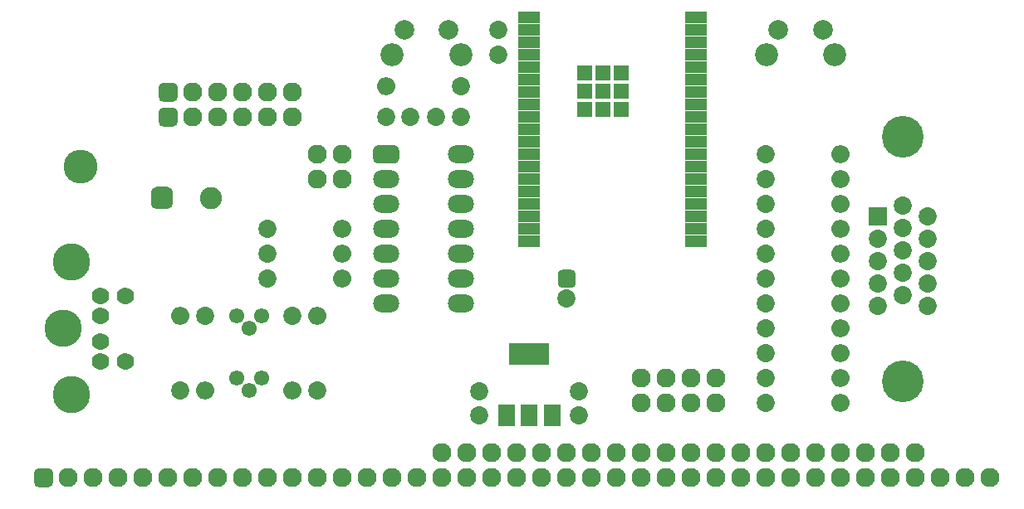
<source format=gbr>
%TF.GenerationSoftware,KiCad,Pcbnew,(5.1.6)-1*%
%TF.CreationDate,2020-12-02T01:08:57-08:00*%
%TF.ProjectId,rc-fabgl,72632d66-6162-4676-9c2e-6b696361645f,rev?*%
%TF.SameCoordinates,PX9157080PY9071968*%
%TF.FileFunction,Soldermask,Top*%
%TF.FilePolarity,Negative*%
%FSLAX46Y46*%
G04 Gerber Fmt 4.6, Leading zero omitted, Abs format (unit mm)*
G04 Created by KiCad (PCBNEW (5.1.6)-1) date 2020-12-02 01:08:57*
%MOMM*%
%LPD*%
G01*
G04 APERTURE LIST*
%ADD10O,1.954000X1.954000*%
%ADD11C,4.254000*%
%ADD12C,1.854000*%
%ADD13R,1.854000X1.854000*%
%ADD14C,1.763000*%
%ADD15C,3.808999*%
%ADD16R,1.584000X1.584000*%
%ADD17R,2.254000X1.154000*%
%ADD18O,2.654000X1.854000*%
%ADD19O,1.854000X1.854000*%
%ADD20C,1.554000*%
%ADD21C,1.954000*%
%ADD22C,2.254000*%
%ADD23C,2.354000*%
%ADD24C,2.004000*%
%ADD25R,1.754000X2.254000*%
%ADD26R,4.054000X2.254000*%
%ADD27C,3.454000*%
G04 APERTURE END LIST*
D10*
%TO.C,J3*%
X26670000Y40970200D03*
X26670000Y38430200D03*
X24130000Y40970200D03*
X24130000Y38430200D03*
X21590000Y40970200D03*
X21590000Y38430200D03*
X19050000Y40970200D03*
X19050000Y38430200D03*
X16510000Y40970200D03*
X16510000Y38430200D03*
G36*
G01*
X14458500Y39993200D02*
X13481500Y39993200D01*
G75*
G02*
X12993000Y40481700I0J488500D01*
G01*
X12993000Y41458700D01*
G75*
G02*
X13481500Y41947200I488500J0D01*
G01*
X14458500Y41947200D01*
G75*
G02*
X14947000Y41458700I0J-488500D01*
G01*
X14947000Y40481700D01*
G75*
G02*
X14458500Y39993200I-488500J0D01*
G01*
G37*
G36*
G01*
X14458500Y37453200D02*
X13481500Y37453200D01*
G75*
G02*
X12993000Y37941700I0J488500D01*
G01*
X12993000Y38918700D01*
G75*
G02*
X13481500Y39407200I488500J0D01*
G01*
X14458500Y39407200D01*
G75*
G02*
X14947000Y38918700I0J-488500D01*
G01*
X14947000Y37941700D01*
G75*
G02*
X14458500Y37453200I-488500J0D01*
G01*
G37*
%TD*%
D11*
%TO.C,J5*%
X88860000Y36455200D03*
X88860000Y11455200D03*
D12*
X91440000Y19110200D03*
X91440000Y21400200D03*
X91440000Y23690200D03*
X91440000Y25980200D03*
X91440000Y28270200D03*
X88900000Y20255200D03*
X88900000Y22545200D03*
X88900000Y24835200D03*
X88900000Y27125200D03*
X88900000Y29415200D03*
X86360000Y19110200D03*
X86360000Y21400200D03*
X86360000Y23690200D03*
X86360000Y25980200D03*
D13*
X86360000Y28270200D03*
%TD*%
D14*
%TO.C,J4*%
X7112000Y18140200D03*
X7112000Y15540200D03*
X7112000Y20190200D03*
X7112000Y13490200D03*
X9602000Y20190200D03*
X9602000Y13490200D03*
D15*
X3302000Y16840200D03*
X4112000Y10080200D03*
X4112000Y23600200D03*
%TD*%
D16*
%TO.C,U2*%
X56465000Y39255200D03*
X56465000Y41090200D03*
X56465000Y42925200D03*
X58300000Y42925200D03*
X60135000Y42925200D03*
X60135000Y41090200D03*
X60135000Y39255200D03*
X58300000Y39255200D03*
X58300000Y41090200D03*
D17*
X67800000Y48590200D03*
X67800000Y47320200D03*
X67800000Y46050200D03*
X67800000Y44780200D03*
X67800000Y43510200D03*
X67800000Y42240200D03*
X67800000Y40970200D03*
X67800000Y39700200D03*
X67800000Y38430200D03*
X67800000Y37160200D03*
X67800000Y35890200D03*
X67800000Y34620200D03*
X67800000Y33350200D03*
X67800000Y32080200D03*
X67800000Y30810200D03*
X67800000Y29540200D03*
X67800000Y28270200D03*
X67800000Y27000200D03*
X67800000Y25730200D03*
X50800000Y25730200D03*
X50800000Y27000200D03*
X50800000Y28270200D03*
X50800000Y29540200D03*
X50800000Y30810200D03*
X50800000Y32080200D03*
X50800000Y33350200D03*
X50800000Y34620200D03*
X50800000Y35890200D03*
X50800000Y37160200D03*
X50800000Y38430200D03*
X50800000Y39700200D03*
X50800000Y40970200D03*
X50800000Y42240200D03*
X50800000Y43510200D03*
X50800000Y44780200D03*
X50800000Y46050200D03*
X50800000Y47320200D03*
X50800000Y48590200D03*
%TD*%
D18*
%TO.C,U3*%
X43815000Y34620200D03*
X36195000Y19380200D03*
X43815000Y32080200D03*
X36195000Y21920200D03*
X43815000Y29540200D03*
X36195000Y24460200D03*
X43815000Y27000200D03*
X36195000Y27000200D03*
X43815000Y24460200D03*
X36195000Y29540200D03*
X43815000Y21920200D03*
X36195000Y32080200D03*
X43815000Y19380200D03*
G36*
G01*
X34868000Y34156700D02*
X34868000Y35083700D01*
G75*
G02*
X35331500Y35547200I463500J0D01*
G01*
X37058500Y35547200D01*
G75*
G02*
X37522000Y35083700I0J-463500D01*
G01*
X37522000Y34156700D01*
G75*
G02*
X37058500Y33693200I-463500J0D01*
G01*
X35331500Y33693200D01*
G75*
G02*
X34868000Y34156700I0J463500D01*
G01*
G37*
%TD*%
D19*
%TO.C,R19*%
X82550000Y9220200D03*
D12*
X74930000Y9220200D03*
%TD*%
D19*
%TO.C,R18*%
X82550000Y11760200D03*
D12*
X74930000Y11760200D03*
%TD*%
D19*
%TO.C,R17*%
X82550000Y14300200D03*
D12*
X74930000Y14300200D03*
%TD*%
D19*
%TO.C,R16*%
X82550000Y16840200D03*
D12*
X74930000Y16840200D03*
%TD*%
D19*
%TO.C,R15*%
X82550000Y19380200D03*
D12*
X74930000Y19380200D03*
%TD*%
D19*
%TO.C,R14*%
X82550000Y21920200D03*
D12*
X74930000Y21920200D03*
%TD*%
D19*
%TO.C,R13*%
X82550000Y24460200D03*
D12*
X74930000Y24460200D03*
%TD*%
D19*
%TO.C,R12*%
X82550000Y27000200D03*
D12*
X74930000Y27000200D03*
%TD*%
D19*
%TO.C,R11*%
X82550000Y29540200D03*
D12*
X74930000Y29540200D03*
%TD*%
D19*
%TO.C,R10*%
X82550000Y32080200D03*
D12*
X74930000Y32080200D03*
%TD*%
D19*
%TO.C,R9*%
X82550000Y34620200D03*
D12*
X74930000Y34620200D03*
%TD*%
D19*
%TO.C,R5*%
X15240000Y18110200D03*
D12*
X15240000Y10490200D03*
%TD*%
D19*
%TO.C,R6*%
X17780000Y10490200D03*
D12*
X17780000Y18110200D03*
%TD*%
D19*
%TO.C,R8*%
X29210000Y18110200D03*
D12*
X29210000Y10490200D03*
%TD*%
D19*
%TO.C,R7*%
X26670000Y10490200D03*
D12*
X26670000Y18110200D03*
%TD*%
D19*
%TO.C,R2*%
X31750000Y27000200D03*
D12*
X24130000Y27000200D03*
%TD*%
D19*
%TO.C,R3*%
X31750000Y24460200D03*
D12*
X24130000Y24460200D03*
%TD*%
D19*
%TO.C,R4*%
X31750000Y21920200D03*
D12*
X24130000Y21920200D03*
%TD*%
D19*
%TO.C,R1*%
X36195000Y41605200D03*
D12*
X43815000Y41605200D03*
%TD*%
D20*
%TO.C,Q1*%
X23495000Y18110200D03*
X20955000Y18110200D03*
X22225000Y16840200D03*
%TD*%
%TO.C,Q2*%
X23495000Y11760200D03*
X20955000Y11760200D03*
X22225000Y10490200D03*
%TD*%
D10*
%TO.C,JP6*%
X69850000Y9220200D03*
D21*
X69850000Y11760200D03*
%TD*%
D10*
%TO.C,JP5*%
X67310000Y9220200D03*
D21*
X67310000Y11760200D03*
%TD*%
D10*
%TO.C,JP4*%
X64770000Y9220200D03*
D21*
X64770000Y11760200D03*
%TD*%
D10*
%TO.C,JP3*%
X62230000Y9220200D03*
D21*
X62230000Y11760200D03*
%TD*%
D10*
%TO.C,JP2*%
X31750000Y32080200D03*
D21*
X31750000Y34620200D03*
%TD*%
D12*
%TO.C,C6*%
X41315000Y38430200D03*
X43815000Y38430200D03*
%TD*%
%TO.C,C4*%
X47625000Y44820200D03*
X47625000Y47320200D03*
%TD*%
%TO.C,C3*%
X54610000Y19920200D03*
G36*
G01*
X54146500Y22847200D02*
X55073500Y22847200D01*
G75*
G02*
X55537000Y22383700I0J-463500D01*
G01*
X55537000Y21456700D01*
G75*
G02*
X55073500Y20993200I-463500J0D01*
G01*
X54146500Y20993200D01*
G75*
G02*
X53683000Y21456700I0J463500D01*
G01*
X53683000Y22383700D01*
G75*
G02*
X54146500Y22847200I463500J0D01*
G01*
G37*
%TD*%
%TO.C,C1*%
X45720000Y10450200D03*
X45720000Y7950200D03*
%TD*%
D22*
%TO.C,BZ1*%
X18335000Y30175200D03*
G36*
G01*
X12208000Y29611700D02*
X12208000Y30738700D01*
G75*
G02*
X12771500Y31302200I563500J0D01*
G01*
X13898500Y31302200D01*
G75*
G02*
X14462000Y30738700I0J-563500D01*
G01*
X14462000Y29611700D01*
G75*
G02*
X13898500Y29048200I-563500J0D01*
G01*
X12771500Y29048200D01*
G75*
G02*
X12208000Y29611700I0J563500D01*
G01*
G37*
%TD*%
D23*
%TO.C,SW2*%
X81960000Y44830200D03*
D24*
X80700000Y47320200D03*
X76200000Y47320200D03*
D23*
X74950000Y44830200D03*
%TD*%
%TO.C,SW1*%
X43805000Y44830200D03*
D24*
X42545000Y47320200D03*
X38045000Y47320200D03*
D23*
X36795000Y44830200D03*
%TD*%
D10*
%TO.C,JP1*%
X29210000Y32080200D03*
D21*
X29210000Y34620200D03*
%TD*%
D10*
%TO.C,J2*%
X90170000Y4140200D03*
X87630000Y4140200D03*
X85090000Y4140200D03*
X82550000Y4140200D03*
X80010000Y4140200D03*
X77470000Y4140200D03*
X74930000Y4140200D03*
X72390000Y4140200D03*
X69850000Y4140200D03*
X67310000Y4140200D03*
X64770000Y4140200D03*
X62230000Y4140200D03*
X59690000Y4140200D03*
X57150000Y4140200D03*
X54610000Y4140200D03*
X52070000Y4140200D03*
X49530000Y4140200D03*
X46990000Y4140200D03*
X44450000Y4140200D03*
D21*
X41910000Y4140200D03*
%TD*%
D12*
%TO.C,C5*%
X38695000Y38430200D03*
X36195000Y38430200D03*
%TD*%
%TO.C,C2*%
X55880000Y7950200D03*
X55880000Y10450200D03*
%TD*%
D25*
%TO.C,U1*%
X48500000Y7950200D03*
X53100000Y7950200D03*
X50800000Y7950200D03*
D26*
X50800000Y14250200D03*
%TD*%
D10*
%TO.C,J1*%
X97790000Y1600200D03*
X95250000Y1600200D03*
X92710000Y1600200D03*
X90170000Y1600200D03*
X87630000Y1600200D03*
X85090000Y1600200D03*
X82550000Y1600200D03*
X80010000Y1600200D03*
X77470000Y1600200D03*
X74930000Y1600200D03*
X72390000Y1600200D03*
X69850000Y1600200D03*
X67310000Y1600200D03*
X64770000Y1600200D03*
X62230000Y1600200D03*
X59690000Y1600200D03*
X57150000Y1600200D03*
X54610000Y1600200D03*
X52070000Y1600200D03*
X49530000Y1600200D03*
X46990000Y1600200D03*
X44450000Y1600200D03*
X41910000Y1600200D03*
X39370000Y1600200D03*
X36830000Y1600200D03*
X34290000Y1600200D03*
X31750000Y1600200D03*
X29210000Y1600200D03*
X26670000Y1600200D03*
X24130000Y1600200D03*
X21590000Y1600200D03*
X19050000Y1600200D03*
X16510000Y1600200D03*
X13970000Y1600200D03*
X11430000Y1600200D03*
X8890000Y1600200D03*
X6350000Y1600200D03*
X3810000Y1600200D03*
G36*
G01*
X1758500Y623200D02*
X781500Y623200D01*
G75*
G02*
X293000Y1111700I0J488500D01*
G01*
X293000Y2088700D01*
G75*
G02*
X781500Y2577200I488500J0D01*
G01*
X1758500Y2577200D01*
G75*
G02*
X2247000Y2088700I0J-488500D01*
G01*
X2247000Y1111700D01*
G75*
G02*
X1758500Y623200I-488500J0D01*
G01*
G37*
%TD*%
D27*
%TO.C,*%
X5080000Y33350200D03*
%TD*%
M02*

</source>
